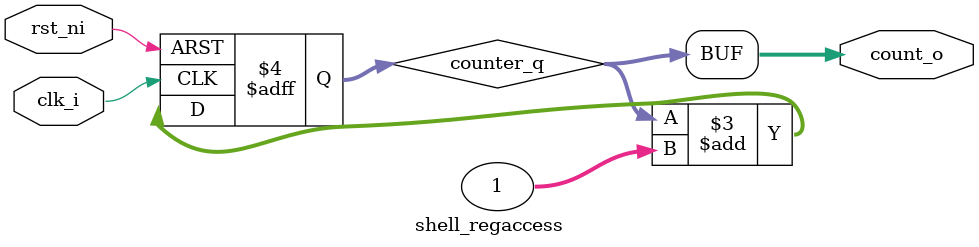
<source format=sv>

module shell_regaccess (
    input  logic        clk_i,
    input  logic        rst_ni,
    output logic [31:0] count_o
);

    logic [31:0] counter_q;

    always_ff @(posedge clk_i or negedge rst_ni) begin
        if (!rst_ni) begin
            counter_q <= 32'd0;
        end else begin
            counter_q <= counter_q + 32'd1;
        end
    end

    assign count_o = counter_q;

endmodule

</source>
